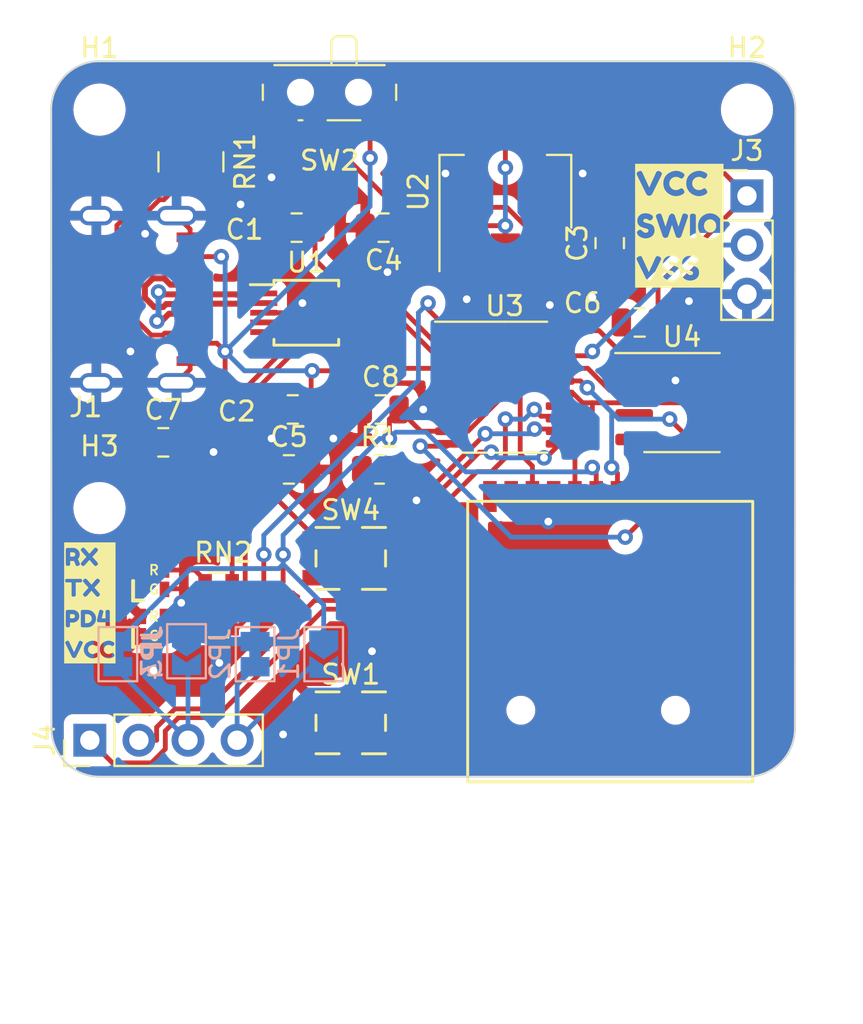
<source format=kicad_pcb>
(kicad_pcb (version 20221018) (generator pcbnew)
  (layers (0 "F.Cu" signal) (31 "B.Cu" signal) (34 "B.Paste" user) (35 "F.Paste" user) (36 "B.SilkS" user "B.Silkscreen") (37 "F.SilkS" user "F.Silkscreen") (38 "B.Mask" user) (39 "F.Mask" user) (44 "Edge.Cuts" user))
  (net 0 "")
  (net 1 "Net-(U1-V3)")
  (net 2 "VSS")
  (net 3 "VUSB")
  (net 4 "Net-(SW2-B)")
  (net 5 "VCC")
  (net 6 "Net-(U3-PD7_NRST_T2CH4)")
  (net 7 "GND")
  (net 8 "Net-(J1-CC1)")
  (net 9 "D+")
  (net 10 "D-")
  (net 12 "Net-(J1-CC2)")
  (net 14 "SD_CS")
  (net 15 "MOSI")
  (net 16 "SCK")
  (net 17 "MISO")
  (net 18 "SWIO")
  (net 19 "SDA")
  (net 20 "SCL")
  (net 21 "Net-(J4-Pin_3)")
  (net 22 "Net-(J4-Pin_4)")
  (net 23 "Net-(SW4-A)")
  (net 28 "PD4")
  (net 29 "TX")
  (net 30 "RX")
  (net 31 "PC3")
  (net 33 "Reset")
  (net 41 "PSRAM_CS")
  (net 44 "Net-(D1-A1)")
  (net 45 "Net-(D1-A2)")
  (net 46 "Net-(D5-A1)")
  (net 47 "Net-(D5-A2)")
  (footprint "UL_Buttons:TS3315A" (layer "F.Cu") (at 193.5 104.7)
    (fp_text reference "SW1")
    (fp_text value "SW_MEC_5E")
  )
  (footprint "Package_TO_SOT_SMD:SOT-223-3_TabPin2" (layer "F.Cu") (at 201.5 77.25 90)
    (fp_text reference "U2")
    (fp_text value "LD1117S12TR_SOT223")
  )
  (footprint "UL_Buttons:TS3315A" (layer "F.Cu") (at 193.5 96.2)
    (fp_text reference "SW4")
    (fp_text value "SW_MEC_5E")
  )
  (footprint "Capacitor_SMD:C_0805_2012Metric" (layer "F.Cu") (at 183.8 90.2)
    (fp_text reference "C7")
    (fp_text value "100nF")
  )
  (footprint "Resistor_SMD:R_0805_2012Metric" (layer "F.Cu") (at 194.9875 91.6)
    (fp_text reference "R1")
    (fp_text value "10k")
  )
  (footprint "Capacitor_SMD:C_0805_2012Metric_Pad1.18x1.45mm_HandSolder" (layer "F.Cu") (at 190.3 91.6)
    (fp_text reference "C5")
    (fp_text value "C")
  )
  (footprint "Connector_PinHeader_2.54mm:PinHeader_1x04_P2.54mm_Vertical" (layer "F.Cu") (at 180 105.6 90)
    (fp_text reference "J4")
    (fp_text value "OledDisplay")
  )
  (footprint "UL_Card:TF Push_ShouHan" (layer "F.Cu") (at 200.1 94.8)
    (fp_text reference "J6" hide)
    (fp_text value "uSD Card")
  )
  (footprint "MountingHole:MountingHole_2.2mm_M2" (layer "F.Cu") (at 180.5 93.6)
    (fp_text reference "H3")
    (fp_text value "MountingHole")
  )
  (footprint "Capacitor_SMD:C_0805_2012Metric" (layer "F.Cu") (at 190.5 88.5 180)
    (fp_text reference "C2")
    (fp_text value "100nF")
  )
  (footprint "Package_SO:MSOP-10_3x3mm_P0.5mm" (layer "F.Cu") (at 191.2 83.5)
    (fp_text reference "U1")
    (fp_text value "CH340E")
  )
  (footprint "UL_LED:F.1615.00003_RedGreen" (layer "F.Cu") (at 183.9125 98.8 180)
    (fp_text reference "D5" hide)
    (fp_text value "LED_Dual_AAKK")
  )
  (footprint "Capacitor_SMD:C_0805_2012Metric" (layer "F.Cu") (at 208.45 84)
    (fp_text reference "C6")
    (fp_text value "10uF")
  )
  (footprint "Capacitor_SMD:C_0805_2012Metric" (layer "F.Cu") (at 190.7 79.1 180)
    (fp_text reference "C1")
    (fp_text value "100nF")
  )
  (footprint "kibuzzard-65D67E97" (layer "F.Cu") (at 180 98.5)
    (fp_text reference "kibuzzard-65D67E97" hide)
    (fp_text value "G***" hide)
  )
  (footprint "Connector_PinHeader_2.54mm:PinHeader_1x03_P2.54mm_Vertical" (layer "F.Cu") (at 214 77.46)
    (fp_text reference "J3")
    (fp_text value "Conn_01x03")
  )
  (footprint "Resistor_SMD:R_Array_Convex_4x0612" (layer "F.Cu") (at 186.6625 98.6 180)
    (fp_text reference "RN2")
    (fp_text value "330")
  )
  (footprint "Package_SO:SOIC-8_3.9x4.9mm_P1.27mm" (layer "F.Cu") (at 210.6375 88.145)
    (fp_text reference "U4")
    (fp_text value "8 megabytes SPI PSRAM")
  )
  (footprint "Capacitor_SMD:C_0805_2012Metric" (layer "F.Cu") (at 195.05 88.5)
    (fp_text reference "C8")
    (fp_text value "100nF")
  )
  (footprint "Resistor_SMD:R_Array_Convex_4x0612" (layer "F.Cu") (at 185.23 75.7 -90)
    (fp_text reference "RN1")
    (fp_text value "5.1k")
  )
  (footprint "Button_Switch_SMD:SW_SPDT_PCM12" (layer "F.Cu") (at 192.4 72.43 180)
    (fp_text reference "SW2")
    (fp_text value "Power")
  )
  (footprint "Package_SO:TSSOP-20_4.4x6.5mm_P0.65mm" (layer "F.Cu") (at 201.4625 87.35)
    (fp_text reference "U3")
    (fp_text value "CH32V003f4p6")
  )
  (footprint "Capacitor_SMD:C_0805_2012Metric" (layer "F.Cu") (at 206.9 79.9 90)
    (fp_text reference "C3")
    (fp_text value "10uF")
  )
  (footprint "MountingHole:MountingHole_2.2mm_M2" (layer "F.Cu") (at 180.5 73)
    (fp_text reference "H1")
    (fp_text value "MountingHole")
  )
  (footprint "kibuzzard-65D67FBC" (layer "F.Cu") (at 210.5 79)
    (fp_text reference "kibuzzard-65D67FBC" hide)
    (fp_text value "G***" hide)
  )
  (footprint "Capacitor_SMD:C_0805_2012Metric" (layer "F.Cu") (at 195.2 79.1 180)
    (fp_text reference "C4")
    (fp_text value "10uF")
  )
  (footprint "BadgePiratesFootprint:USB_C_Receptical-Jing" (layer "F.Cu") (at 184.4875 82.8 -90)
    (fp_text reference "J1")
    (fp_text value "USB_C_Receptacle_USB2.0")
  )
  (footprint "MountingHole:MountingHole_2.2mm_M2" (layer "F.Cu") (at 214 73)
    (fp_text reference "H2")
    (fp_text value "MountingHole")
  )
  (footprint "UL_LED:F.1615.00003_RedGreen" (layer "F.Cu") (at 183.6625 97.75 180)
    (fp_text reference "D1" hide)
    (fp_text value "LED_Dual_AAKK")
  )
  (footprint "Jumper:SolderJumper-2_P1.3mm_Open_TrianglePad1.0x1.5mm" (layer "B.Cu") (at 192.1 101.15 -90)
    (fp_text reference "JP1")
    (fp_text value "Jumper_2_Open")
  )
  (footprint "Jumper:SolderJumper-2_P1.3mm_Bridged_Pad1.0x1.5mm" (layer "B.Cu") (at 181.45 101.15 90)
    (fp_text reference "JP4")
    (fp_text value "Jumper_2_Bridged")
  )
  (footprint "Jumper:SolderJumper-2_P1.3mm_Open_TrianglePad1.0x1.5mm" (layer "B.Cu") (at 185 101 -90)
    (fp_text reference "JP3")
    (fp_text value "Jumper_2_Open")
  )
  (footprint "Jumper:SolderJumper-2_P1.3mm_Bridged_Pad1.0x1.5mm" (layer "B.Cu") (at 188.55 101.15 -90)
    (fp_text reference "JP2")
    (fp_text value "Jumper_2_Bridged")
  )
  (gr_arc (start 178 73) (mid 178.732233 71.232233) (end 180.5 70.5) (stroke (width 0.1)) (layer "Edge.Cuts"))
  (gr_line (start 180.5 70.5) (end 214 70.5) (stroke (width 0.1)) (layer "Edge.Cuts"))
  (gr_line (start 216.5 73) (end 216.482233 104.982233) (stroke (width 0.1)) (layer "Edge.Cuts"))
  (gr_arc (start 180.517767 107.482233) (mid 178.75 106.75) (end 178.017767 104.982233) (stroke (width 0.1)) (layer "Edge.Cuts"))
  (gr_line (start 178.017767 104.982233) (end 178 73) (stroke (width 0.1)) (layer "Edge.Cuts"))
  (gr_arc (start 214 70.5) (mid 215.767767 71.232233) (end 216.5 73) (stroke (width 0.1)) (layer "Edge.Cuts"))
  (gr_arc (start 216.482233 104.982233) (mid 215.75 106.75) (end 213.982233 107.482233) (stroke (width 0.1)) (layer "Edge.Cuts"))
  (gr_line (start 213.982233 107.482233) (end 180.517767 107.482233) (stroke (width 0.1)) (layer "Edge.Cuts"))
  (segment (start 191.65 79.1) (end 191.65 80.75) (width 0.25) (layer "F.Cu") (net 1))
  (segment (start 191.65 80.75) (end 193.4 82.5) (width 0.25) (layer "F.Cu") (net 1))
  (segment (start 185.1875 79.725) (end 185.1875 79.18) (width 0.25) (layer "F.Cu") (net 2))
  (segment (start 204 94.01639) (end 203.720848 94.295542) (width 0.25) (layer "F.Cu") (net 2))
  (segment (start 185.1875 79.18) (end 184.4875 78.48) (width 0.25) (layer "F.Cu") (net 2))
  (segment (start 189 83.5) (end 190.5 83.5) (width 0.25) (layer "F.Cu") (net 2))
  (segment (start 190.5 83.5) (end 191 83) (width 0.25) (layer "F.Cu") (net 2))
  (segment (start 196.9 93.2) (end 196.9 92.6) (width 0.25) (layer "F.Cu") (net 2))
  (segment (start 204 93) (end 204 94.01639) (width 0.25) (layer "F.Cu") (net 2))
  (segment (start 185.1875 85.875) (end 185.1875 86.42) (width 0.25) (layer "F.Cu") (net 2))
  (segment (start 185.1875 86.42) (end 184.4875 87.12) (width 0.25) (layer "F.Cu") (net 2))
  (segment (start 197.25 88.5) (end 197.425 88.325) (width 0.25) (layer "F.Cu") (net 2))
  (segment (start 196.9 92.6) (end 195.9 91.6) (width 0.25) (layer "F.Cu") (net 2))
  (segment (start 191.75 103.7) (end 195.25 103.7) (width 0.25) (layer "F.Cu") (net 2))
  (segment (start 197.425 88.325) (end 198.6 88.325) (width 0.25) (layer "F.Cu") (net 2))
  (via (at 211 82.9) (size 0.8) (drill 0.4) (layers "F.Cu" "B.Cu") (net 2))
  (via (at 189.4 90) (size 0.8) (drill 0.4) (layers "F.Cu" "B.Cu") (net 2))
  (via (at 187.8 77.9) (size 0.8) (drill 0.4) (layers "F.Cu" "B.Cu") (net 2))
  (via (at 195.4 81.4) (size 0.8) (drill 0.4) (layers "F.Cu" "B.Cu") (net 2))
  (via (at 198.4 76.3) (size 0.8) (drill 0.4) (layers "F.Cu" "B.Cu") (net 2))
  (via (at 189.4 76.5) (size 0.8) (drill 0.4) (layers "F.Cu" "B.Cu") (net 2))
  (via (at 197.25 88.5) (size 0.8) (drill 0.4) (layers "F.Cu" "B.Cu") (net 2))
  (via (at 183.3 102) (size 0.8) (drill 0.4) (layers "F.Cu" "B.Cu") (net 2))
  (via (at 205.5 76.3) (size 0.8) (drill 0.4) (layers "F.Cu" "B.Cu") (net 2))
  (via (at 190 105.3) (size 0.8) (drill 0.4) (layers "F.Cu" "B.Cu") (net 2))
  (via (at 203.8 83.1) (size 0.8) (drill 0.4) (layers "F.Cu" "B.Cu") (net 2))
  (via (at 186.4 90.7) (size 0.8) (drill 0.4) (layers "F.Cu" "B.Cu") (net 2))
  (via (at 184.728778 98.496841) (size 0.8) (drill 0.4) (layers "F.Cu" "B.Cu") (net 2))
  (via (at 191 83) (size 0.8) (drill 0.4) (layers "F.Cu" "B.Cu") (net 2))
  (via (at 186.7 101.6) (size 0.8) (drill 0.4) (layers "F.Cu" "B.Cu") (net 2))
  (via (at 199.5 82.8) (size 0.8) (drill 0.4) (layers "F.Cu" "B.Cu") (net 2))
  (via (at 182.86038 79.4175) (size 0.8) (drill 0.4) (layers "F.Cu" "B.Cu") (net 2))
  (via (at 210.3 87) (size 0.8) (drill 0.4) (layers "F.Cu" "B.Cu") (net 2))
  (via (at 192.6 90) (size 0.8) (drill 0.4) (layers "F.Cu" "B.Cu") (net 2))
  (via (at 203.720848 94.295542) (size 0.8) (drill 0.4) (layers "F.Cu" "B.Cu") (net 2))
  (via (at 182.1 85.5) (size 0.8) (drill 0.4) (layers "F.Cu" "B.Cu") (net 2))
  (via (at 196.9 93.2) (size 0.8) (drill 0.4) (layers "F.Cu" "B.Cu") (net 2))
  (via (at 194.6 101) (size 0.8) (drill 0.4) (layers "F.Cu" "B.Cu") (net 2))
  (via (at 206 82.7) (size 0.8) (drill 0.4) (layers "F.Cu" "B.Cu") (net 2))
  (segment (start 194.5 75.5) (end 194.5 74.01) (width 0.25) (layer "F.Cu") (net 3))
  (segment (start 186.575 85.075) (end 185.1875 85.075) (width 0.25) (layer "F.Cu") (net 3))
  (segment (start 184.75 90.2) (end 187 87.95) (width 0.25) (layer "F.Cu") (net 3))
  (segment (start 193.65 86.5) (end 191.5 86.5) (width 0.25) (layer "F.Cu") (net 3))
  (segment (start 194.425 84.21538) (end 194.425 85.725) (width 0.25) (layer "F.Cu") (net 3))
  (segment (start 191.45 88.5) (end 191.45 86.55) (width 0.25) (layer "F.Cu") (net 3))
  (segment (start 187 87.95) (end 187 85.5) (width 0.25) (layer "F.Cu") (net 3))
  (segment (start 185.5125 80.6) (end 185.1875 80.275) (width 0.25) (layer "F.Cu") (net 3))
  (segment (start 194.20962 84) (end 194.425 84.21538) (width 0.25) (layer "F.Cu") (net 3))
  (segment (start 187 85.5) (end 186.575 85.075) (width 0.25) (layer "F.Cu") (net 3))
  (segment (start 194.425 85.725) (end 193.65 86.5) (width 0.25) (layer "F.Cu") (net 3))
  (segment (start 194.5 74.01) (end 194.65 73.86) (width 0.25) (layer "F.Cu") (net 3))
  (segment (start 186.8 80.6) (end 185.5125 80.6) (width 0.25) (layer "F.Cu") (net 3))
  (segment (start 191.45 86.55) (end 191.5 86.5) (width 0.25) (layer "F.Cu") (net 3))
  (segment (start 193.4 84) (end 194.20962 84) (width 0.25) (layer "F.Cu") (net 3))
  (via (at 186.8 80.6) (size 0.8) (drill 0.4) (layers "F.Cu" "B.Cu") (net 3))
  (via (at 187 85.5) (size 0.8) (drill 0.4) (layers "F.Cu" "B.Cu") (net 3))
  (via (at 191.5 86.5) (size 0.8) (drill 0.4) (layers "F.Cu" "B.Cu") (net 3))
  (via (at 194.5 75.5) (size 0.8) (drill 0.4) (layers "F.Cu" "B.Cu") (net 3))
  (segment (start 188 86.5) (end 191.5 86.5) (width 0.25) (layer "B.Cu") (net 3))
  (segment (start 187 85.5) (end 194.5 78) (width 0.25) (layer "B.Cu") (net 3))
  (segment (start 187 80.8) (end 186.8 80.6) (width 0.25) (layer "B.Cu") (net 3))
  (segment (start 194.5 78) (end 194.5 75.5) (width 0.25) (layer "B.Cu") (net 3))
  (segment (start 187 85.5) (end 187 80.8) (width 0.25) (layer "B.Cu") (net 3))
  (segment (start 187 85.5) (end 188 86.5) (width 0.25) (layer "B.Cu") (net 3))
  (segment (start 204.25 80.85) (end 206.9 80.85) (width 0.25) (layer "F.Cu") (net 4))
  (segment (start 195.84 78.05) (end 201.575305 78.05) (width 0.25) (layer "F.Cu") (net 4))
  (segment (start 203.8 80.274695) (end 203.8 80.4) (width 0.25) (layer "F.Cu") (net 4))
  (segment (start 203.8 80.4) (end 204.25 80.85) (width 0.25) (layer "F.Cu") (net 4))
  (segment (start 191.65 73.86) (end 195.84 78.05) (width 0.25) (layer "F.Cu") (net 4))
  (segment (start 201.575305 78.05) (end 203.8 80.274695) (width 0.25) (layer "F.Cu") (net 4))
  (segment (start 196 88.5) (end 197.125 89.625) (width 0.25) (layer "F.Cu") (net 5))
  (segment (start 195.5 89) (end 196 88.5) (width 0.25) (layer "F.Cu") (net 5))
  (segment (start 211.64 86.24) (end 213.1125 86.24) (width 0.25) (layer "F.Cu") (net 5))
  (segment (start 201.5 76) (end 201.5 74.1) (width 0.25) (layer "F.Cu") (net 5))
  (segment (start 195.5 90) (end 195.5 89) (width 0.25) (layer "F.Cu") (net 5))
  (segment (start 201.5 79) (end 196.25 79) (width 0.25) (layer "F.Cu") (net 5))
  (segment (start 206.2 93) (end 206.2 91.7) (width 0.25) (layer "F.Cu") (net 5))
  (segment (start 206.2 91.7) (end 206 91.5) (width 0.25) (layer "F.Cu") (net 5))
  (segment (start 201.5 87.689657) (end 199.564657 89.625) (width 0.25) (layer "F.Cu") (net 5))
  (segment (start 187.55212 99.87) (end 187.3625 99.87) (width 0.25) (layer "F.Cu") (net 5))
  (segment (start 190 96) (end 190 97.42212) (width 0.25) (layer "F.Cu") (net 5))
  (segment (start 209.4 84) (end 211.64 86.24) (width 0.25) (layer "F.Cu") (net 5))
  (segment (start 214 77.46) (end 209.4 82.06) (width 0.25) (layer "F.Cu") (net 5))
  (segment (start 210.64 74.1) (end 214 77.46) (width 0.25) (layer "F.Cu") (net 5))
  (segment (start 190 97.42212) (end 187.55212 99.87) (width 0.25) (layer "F.Cu") (net 5))
  (segment (start 201.5 80.4) (end 201.5 79) (width 0.25) (layer "F.Cu") (net 5))
  (segment (start 201.5 74.1) (end 210.64 74.1) (width 0.25) (layer "F.Cu") (net 5))
  (segment (start 199.564657 89.625) (end 198.6 89.625) (width 0.25) (layer "F.Cu") (net 5))
  (segment (start 196.25 79) (end 196.15 79.1) (width 0.25) (layer "F.Cu") (net 5))
  (segment (start 197.125 89.625) (end 198.6 89.625) (width 0.25) (layer "F.Cu") (net 5))
  (segment (start 209.4 82.06) (end 209.4 84) (width 0.25) (layer "F.Cu") (net 5))
  (segment (start 201.5 80.4) (end 201.5 87.689657) (width 0.25) (layer "F.Cu") (net 5))
  (via (at 201.5 79) (size 0.8) (drill 0.4) (layers "F.Cu" "B.Cu") (net 5))
  (via (at 201.5 76) (size 0.8) (drill 0.4) (layers "F.Cu" "B.Cu") (net 5))
  (via (at 195.5 90) (size 0.8) (drill 0.4) (layers "F.Cu" "B.Cu") (net 5))
  (via (at 206 91.5) (size 0.8) (drill 0.4) (layers "F.Cu" "B.Cu") (net 5))
  (via (at 190 96) (size 0.8) (drill 0.4) (layers "F.Cu" "B.Cu") (net 5))
  (segment (start 197.400305 89.675) (end 195.825 89.675) (width 0.25) (layer "B.Cu") (net 5))
  (segment (start 199.450305 91.725) (end 197.400305 89.675) (width 0.25) (layer "B.Cu") (net 5))
  (segment (start 206 91.5) (end 205.775 91.725) (width 0.25) (layer "B.Cu") (net 5))
  (segment (start 205.775 91.725) (end 199.450305 91.725) (width 0.25) (layer "B.Cu") (net 5))
  (segment (start 185.225 96.725) (end 189.775 96.725) (width 0.25) (layer "B.Cu") (net 5))
  (segment (start 181.45 100.5) (end 185.225 96.725) (width 0.25) (layer "B.Cu") (net 5))
  (segment (start 195.5 90) (end 195 90) (width 0.25) (layer "B.Cu") (net 5))
  (segment (start 190 96.5) (end 190 96) (width 0.25) (layer "B.Cu") (net 5))
  (segment (start 195.825 89.675) (end 195.5 90) (width 0.25) (layer "B.Cu") (net 5))
  (segment (start 192.1 98.6) (end 190 96.5) (width 0.25) (layer "B.Cu") (net 5))
  (segment (start 195 90) (end 190 95) (width 0.25) (layer "B.Cu") (net 5))
  (segment (start 192.1 100.425) (end 192.1 98.6) (width 0.25) (layer "B.Cu") (net 5))
  (segment (start 189.775 96.725) (end 190 96.5) (width 0.25) (layer "B.Cu") (net 5))
  (segment (start 201.5 79) (end 201.5 76) (width 0.25) (layer "B.Cu") (net 5))
  (segment (start 190 95) (end 190 96) (width 0.25) (layer "B.Cu") (net 5))
  (segment (start 194.686826 86.375) (end 198.6 86.375) (width 0.25) (layer "F.Cu") (net 6))
  (segment (start 189.2625 91.6) (end 191.3125 89.55) (width 0.25) (layer "F.Cu") (net 6))
  (segment (start 193.275 87.786826) (end 194.686826 86.375) (width 0.25) (layer "F.Cu") (net 6))
  (segment (start 189.2625 92.7125) (end 191.75 95.2) (width 0.25) (layer "F.Cu") (net 6))
  (segment (start 195.25 95.2) (end 191.75 95.2) (width 0.25) (layer "F.Cu") (net 6))
  (segment (start 189.2625 91.6) (end 189.2625 92.7125) (width 0.25) (layer "F.Cu") (net 6))
  (segment (start 193.275 88.225) (end 193.275 87.786826) (width 0.25) (layer "F.Cu") (net 6))
  (segment (start 191.3125 89.55) (end 191.95 89.55) (width 0.25) (layer "F.Cu") (net 6))
  (segment (start 191.95 89.55) (end 193.275 88.225) (width 0.25) (layer "F.Cu") (net 6))
  (segment (start 184.83 76.65962) (end 183.83462 77.655) (width 0.25) (layer "F.Cu") (net 8))
  (segment (start 184.351149 81.55) (end 185.1875 81.55) (width 0.25) (layer "F.Cu") (net 8))
  (segment (start 184.83 76.4) (end 184.83 76.65962) (width 0.25) (layer "F.Cu") (net 8))
  (segment (start 183.5 81.243631) (end 184.044781 81.243631) (width 0.25) (layer "F.Cu") (net 8))
  (segment (start 183.83462 77.655) (end 183.597575 77.655) (width 0.25) (layer "F.Cu") (net 8))
  (segment (start 182.1 79.843631) (end 183.5 81.243631) (width 0.25) (layer "F.Cu") (net 8))
  (segment (start 184.044781 81.243631) (end 184.351149 81.55) (width 0.25) (layer "F.Cu") (net 8))
  (segment (start 183.597575 77.655) (end 182.1 79.152575) (width 0.25) (layer "F.Cu") (net 8))
  (segment (start 182.1 79.152575) (end 182.1 79.843631) (width 0.25) (layer "F.Cu") (net 8))
  (segment (start 184.097559 83.55) (end 183.717907 83.929652) (width 0.31) (layer "F.Cu") (net 9))
  (segment (start 185.1875 82.55) (end 183.675306 82.55) (width 0.31) (layer "F.Cu") (net 9))
  (segment (start 185.1875 83.55) (end 184.097559 83.55) (width 0.31) (layer "F.Cu") (net 9))
  (segment (start 187.553246 82.55) (end 187.563246 82.56) (width 0.31) (layer "F.Cu") (net 9))
  (segment (start 187.563246 82.56) (end 187.7255 82.56) (width 0.31) (layer "F.Cu") (net 9))
  (segment (start 187.7855 82.5) (end 189 82.5) (width 0.31) (layer "F.Cu") (net 9))
  (segment (start 183.675306 82.55) (end 183.553937 82.428631) (width 0.31) (layer "F.Cu") (net 9))
  (segment (start 185.1875 82.55) (end 187.553246 82.55) (width 0.31) (layer "F.Cu") (net 9))
  (segment (start 183.717907 83.929652) (end 183.474774 83.929652) (width 0.31) (layer "F.Cu") (net 9))
  (segment (start 187.7255 82.56) (end 187.7855 82.5) (width 0.31) (layer "F.Cu") (net 9))
  (via (at 183.553937 82.428631) (size 0.8) (drill 0.4) (layers "F.Cu" "B.Cu") (net 9))
  (via (at 183.474774 83.929652) (size 0.8) (drill 0.4) (layers "F.Cu" "B.Cu") (net 9))
  (segment (start 183.553937 83.850489) (end 183.553937 82.428631) (width 0.31) (layer "B.Cu") (net 9))
  (segment (start 183.474774 83.929652) (end 183.553937 83.850489) (width 0.31) (layer "B.Cu") (net 9))
  (segment (start 184.172327 82.05) (end 183.845958 81.723631) (width 0.31) (layer "F.Cu") (net 10))
  (segment (start 185.1875 82.05) (end 184.172327 82.05) (width 0.31) (layer "F.Cu") (net 10))
  (segment (start 182.848937 82.720652) (end 183.333285 83.205) (width 0.31) (layer "F.Cu") (net 10))
  (segment (start 187.7455 83) (end 187.7155 83.03) (width 0.27) (layer "F.Cu") (net 10))
  (segment (start 183.261916 81.723631) (end 182.848937 82.13661) (width 0.31) (layer "F.Cu") (net 10))
  (segment (start 183.845958 81.723631) (end 183.261916 81.723631) (width 0.31) (layer "F.Cu") (net 10))
  (segment (start 183.333285 83.205) (end 183.792021 83.205) (width 0.31) (layer "F.Cu") (net 10))
  (segment (start 186.237501 83.05) (end 186.257501 83.03) (width 0.31) (layer "F.Cu") (net 10))
  (segment (start 183.792021 83.205) (end 183.947021 83.05) (width 0.31) (layer "F.Cu") (net 10))
  (segment (start 185.1875 83.05) (end 186.237501 83.05) (width 0.31) (layer "F.Cu") (net 10))
  (segment (start 186.257501 83.03) (end 187.7155 83.03) (width 0.31) (layer "F.Cu") (net 10))
  (segment (start 189 83) (end 187.7455 83) (width 0.27) (layer "F.Cu") (net 10))
  (segment (start 182.848937 82.13661) (end 182.848937 82.720652) (width 0.31) (layer "F.Cu") (net 10))
  (segment (start 183.947021 83.05) (end 185.1875 83.05) (width 0.31) (layer "F.Cu") (net 10))
  (segment (start 183.879731 84.55) (end 183.775079 84.654652) (width 0.25) (layer "F.Cu") (net 12))
  (segment (start 183.96 76.422425) (end 181.4 78.982425) (width 0.25) (layer "F.Cu") (net 12))
  (segment (start 183.174469 84.654652) (end 181.4 82.880183) (width 0.25) (layer "F.Cu") (net 12))
  (segment (start 185.1875 84.55) (end 183.879731 84.55) (width 0.25) (layer "F.Cu") (net 12))
  (segment (start 183.775079 84.654652) (end 183.174469 84.654652) (width 0.25) (layer "F.Cu") (net 12))
  (segment (start 181.4 82.880183) (end 181.4 78.982425) (width 0.25) (layer "F.Cu") (net 12))
  (segment (start 183.96 76.4) (end 183.96 76.422425) (width 0.25) (layer "F.Cu") (net 12))
  (segment (start 197.1 90.4) (end 198.475 90.4) (width 0.25) (layer "F.Cu") (net 14))
  (segment (start 208.4 94.4) (end 207.7 95.1) (width 0.25) (layer "F.Cu") (net 14))
  (segment (start 208.4 93) (end 208.4 94.4) (width 0.25) (layer "F.Cu") (net 14))
  (segment (start 198.475 90.4) (end 198.6 90.275) (width 0.25) (layer "F.Cu") (net 14))
  (via (at 207.7 95.1) (size 0.8) (drill 0.4) (layers "F.Cu" "B.Cu") (net 14))
  (via (at 197.1 90.4) (size 0.8) (drill 0.4) (layers "F.Cu" "B.Cu") (net 14))
  (segment (start 201.8 95.1) (end 197.1 90.4) (width 0.25) (layer "B.Cu") (net 14))
  (segment (start 207.7 95.1) (end 201.8 95.1) (width 0.25) (layer "B.Cu") (net 14))
  (segment (start 205.388847 87.025) (end 204.325 87.025) (width 0.25) (layer "F.Cu") (net 15))
  (segment (start 205.735837 87.37199) (end 205.388847 87.025) (width 0.25) (layer "F.Cu") (net 15))
  (segment (start 211.05 90.05) (end 210 89) (width 0.25) (layer "F.Cu") (net 15))
  (segment (start 207.3 93) (end 207.3 91.8) (width 0.25) (layer "F.Cu") (net 15))
  (segment (start 213.1125 90.05) (end 211.05 90.05) (width 0.25) (layer "F.Cu") (net 15))
  (segment (start 207.3 91.8) (end 207 91.5) (width 0.25) (layer "F.Cu") (net 15))
  (via (at 210 89) (size 0.8) (drill 0.4) (layers "F.Cu" "B.Cu") (net 15))
  (via (at 207 91.5) (size 0.8) (drill 0.4) (layers "F.Cu" "B.Cu") (net 15))
  (via (at 205.735837 87.37199) (size 0.8) (drill 0.4) (layers "F.Cu" "B.Cu") (net 15))
  (segment (start 210 89) (end 207.363847 89) (width 0.25) (layer "B.Cu") (net 15))
  (segment (start 207 91.5) (end 207 88.636153) (width 0.25) (layer "B.Cu") (net 15))
  (segment (start 207 88.636153) (end 205.735837 87.37199) (width 0.25) (layer "B.Cu") (net 15))
  (segment (start 207.363847 89) (end 205.735837 87.37199) (width 0.25) (layer "B.Cu") (net 15))
  (segment (start 212.4875 88.155) (end 206 88.155) (width 0.25) (layer "F.Cu") (net 16))
  (segment (start 205.013542 87.675) (end 204.325 87.675) (width 0.25) (layer "F.Cu") (net 16))
  (segment (start 205.1 93) (end 205.1 90.838542) (width 0.25) (layer "F.Cu") (net 16))
  (segment (start 205.493542 88.155) (end 205.013542 87.675) (width 0.25) (layer "F.Cu") (net 16))
  (segment (start 206 89.938542) (end 206 88.155) (width 0.25) (layer "F.Cu") (net 16))
  (segment (start 205.1 90.838542) (end 206 89.938542) (width 0.25) (layer "F.Cu") (net 16))
  (segment (start 213.1125 88.78) (end 212.4875 88.155) (width 0.25) (layer "F.Cu") (net 16))
  (segment (start 206 88.155) (end 205.493542 88.155) (width 0.25) (layer "F.Cu") (net 16))
  (segment (start 208.1625 87.51) (end 206.899152 87.51) (width 0.25) (layer "F.Cu") (net 17))
  (segment (start 206.899152 87.51) (end 205.764152 86.375) (width 0.25) (layer "F.Cu") (net 17))
  (segment (start 205.764152 86.375) (end 204.325 86.375) (width 0.25) (layer "F.Cu") (net 17))
  (segment (start 202.267799 90.793104) (end 202.267799 87.743659) (width 0.25) (layer "F.Cu") (net 17))
  (segment (start 202.267799 87.743659) (end 203.636458 86.375) (width 0.25) (layer "F.Cu") (net 17))
  (segment (start 202.9 91.425305) (end 202.267799 90.793104) (width 0.25) (layer "F.Cu") (net 17))
  (segment (start 202.9 93) (end 202.9 91.425305) (width 0.25) (layer "F.Cu") (net 17))
  (segment (start 203.636458 86.375) (end 204.325 86.375) (width 0.25) (layer "F.Cu") (net 17))
  (segment (start 206 85.5) (end 205.775 85.725) (width 0.25) (layer "F.Cu") (net 18))
  (segment (start 205.775 85.725) (end 204.325 85.725) (width 0.25) (layer "F.Cu") (net 18))
  (via (at 206 85.5) (size 0.8) (drill 0.4) (layers "F.Cu" "B.Cu") (net 18))
  (segment (start 211.5 80) (end 206 85.5) (width 0.25) (layer "B.Cu") (net 18))
  (segment (start 214 80) (end 211.5 80) (width 0.25) (layer "B.Cu") (net 18))
  (segment (start 183.184656 106.770344) (end 183.905 106.05) (width 0.25) (layer "F.Cu") (net 19))
  (segment (start 192.131396 98.825) (end 196.175 98.825) (width 0.25) (layer "F.Cu") (net 19))
  (segment (start 186.52674 104.429656) (end 192.131396 98.825) (width 0.25) (layer "F.Cu") (net 19))
  (segment (start 198.125 92.738604) (end 200.157108 90.706496) (width 0.25) (layer "F.Cu") (net 19))
  (segment (start 203.6 91) (end 204.325 90.275) (width 0.25) (layer "F.Cu") (net 19))
  (segment (start 200.157108 90.706496) (end 200.768198 90.706496) (width 0.25) (layer "F.Cu") (net 19))
  (segment (start 184.59029 104.429656) (end 186.52674 104.429656) (width 0.25) (layer "F.Cu") (net 19))
  (segment (start 181.170344 106.770344) (end 183.184656 106.770344) (width 0.25) (layer "F.Cu") (net 19))
  (segment (start 180 105.6) (end 181.170344 106.770344) (width 0.25) (layer "F.Cu") (net 19))
  (segment (start 183.905 105.114946) (end 184.59029 104.429656) (width 0.25) (layer "F.Cu") (net 19))
  (segment (start 203.5 91) (end 203.6 91) (width 0.25) (layer "F.Cu") (net 19))
  (segment (start 198.125 96.875) (end 198.125 92.738604) (width 0.25) (layer "F.Cu") (net 19))
  (segment (start 183.905 106.05) (end 183.905 105.114946) (width 0.25) (layer "F.Cu") (net 19))
  (segment (start 196.175 98.825) (end 198.125 96.875) (width 0.25) (layer "F.Cu") (net 19))
  (via (at 200.768198 90.706496) (size 0.8) (drill 0.4) (layers "F.Cu" "B.Cu") (net 19))
  (via (at 203.5 91) (size 0.8) (drill 0.4) (layers "F.Cu" "B.Cu") (net 19))
  (segment (start 201.061702 91) (end 200.768198 90.706496) (width 0.25) (layer "B.Cu") (net 19))
  (segment (start 203.5 91) (end 201.061702 91) (width 0.25) (layer "B.Cu") (net 19))
  (segment (start 204.325 89.625) (end 204.212653 89.512653) (width 0.25) (layer "F.Cu") (net 20))
  (segment (start 197.675 96.38462) (end 197.675 92.552208) (width 0.25) (layer "F.Cu") (net 20))
  (segment (start 195.68462 98.375) (end 197.675 96.38462) (width 0.25) (layer "F.Cu") (net 20))
  (segment (start 191.625 98.375) (end 195.68462 98.375) (width 0.25) (layer "F.Cu") (net 20))
  (segment (start 183.455 105.6) (end 183.455 104.92855) (width 0.25) (layer "F.Cu") (net 20))
  (segment (start 182.54 105.6) (end 183.455 105.6) (width 0.25) (layer "F.Cu") (net 20))
  (segment (start 184.403894 103.979656) (end 186.020344 103.979656) (width 0.25) (layer "F.Cu") (net 20))
  (segment (start 183.455 104.92855) (end 184.403894 103.979656) (width 0.25) (layer "F.Cu") (net 20))
  (segment (start 186.020344 103.979656) (end 191.625 98.375) (width 0.25) (layer "F.Cu") (net 20))
  (segment (start 204.212653 89.512653) (end 203.012653 89.512653) (width 0.25) (layer "F.Cu") (net 20))
  (segment (start 200.459691 89.767517) (end 200.459691 89.755271) (width 0.25) (layer "F.Cu") (net 20))
  (segment (start 197.675 92.552208) (end 200.459691 89.767517) (width 0.25) (layer "F.Cu") (net 20))
  (via (at 200.459691 89.755271) (size 0.8) (drill 0.4) (layers "F.Cu" "B.Cu") (net 20))
  (via (at 203.012653 89.512653) (size 0.8) (drill 0.4) (layers "F.Cu" "B.Cu") (net 20))
  (segment (start 203.012653 89.512653) (end 202.770035 89.755271) (width 0.25) (layer "B.Cu") (net 20))
  (segment (start 202.770035 89.755271) (end 200.459691 89.755271) (width 0.25) (layer "B.Cu") (net 20))
  (segment (start 185.08 105.6) (end 185.08 101.805) (width 0.25) (layer "B.Cu") (net 21))
  (segment (start 181.45 101.97) (end 181.45 101.8) (width 0.25) (layer "B.Cu") (net 21))
  (segment (start 185.08 105.6) (end 181.45 101.97) (width 0.25) (layer "B.Cu") (net 21))
  (segment (start 185.08 101.805) (end 185 101.725) (width 0.25) (layer "B.Cu") (net 21))
  (segment (start 191.345 101.875) (end 192.1 101.875) (width 0.25) (layer "B.Cu") (net 22))
  (segment (start 187.62 102.73) (end 188.55 101.8) (width 0.25) (layer "B.Cu") (net 22))
  (segment (start 187.62 105.6) (end 187.62 102.73) (width 0.25) (layer "B.Cu") (net 22))
  (segment (start 187.62 105.6) (end 191.345 101.875) (width 0.25) (layer "B.Cu") (net 22))
  (segment (start 196.325 93.85) (end 196.325 96.125) (width 0.25) (layer "F.Cu") (net 23))
  (segment (start 195.225 97.225) (end 191.775 97.225) (width 0.25) (layer "F.Cu") (net 23))
  (segment (start 196.325 96.125) (end 195.25 97.2) (width 0.25) (layer "F.Cu") (net 23))
  (segment (start 191.775 97.225) (end 191.75 97.2) (width 0.25) (layer "F.Cu") (net 23))
  (segment (start 194.075 91.6) (end 196.325 93.85) (width 0.25) (layer "F.Cu") (net 23))
  (segment (start 195.25 97.2) (end 195.225 97.225) (width 0.25) (layer "F.Cu") (net 23))
  (segment (start 189 97.636396) (end 187.636396 99) (width 0.25) (layer "F.Cu") (net 28))
  (segment (start 197.5 83) (end 197.5 83.325) (width 0.25) (layer "F.Cu") (net 28))
  (segment (start 189 96) (end 189 97.636396) (width 0.25) (layer "F.Cu") (net 28))
  (segment (start 188.987347 96.012653) (end 189 96) (width 0.25) (layer "F.Cu") (net 28))
  (segment (start 197.5 83.325) (end 198.6 84.425) (width 0.25) (layer "F.Cu") (net 28))
  (segment (start 187.636396 99) (end 187.3625 99) (width 0.25) (layer "F.Cu") (net 28))
  (via (at 189 96) (size 0.8) (drill 0.4) (layers "F.Cu" "B.Cu") (net 28))
  (via (at 197.5 83) (size 0.8) (drill 0.4) (layers "F.Cu" "B.Cu") (net 28))
  (segment (start 197 83.5) (end 197 87) (width 0.25) (layer "B.Cu") (net 28))
  (segment (start 189 95) (end 189 96) (width 0.25) (layer "B.Cu") (net 28))
  (segment (start 197 87) (end 189 95) (width 0.25) (layer "B.Cu") (net 28))
  (segment (start 197.5 83) (end 197 83.5) (width 0.25) (layer "B.Cu") (net 28))
  (segment (start 197.911458 85.725) (end 198.6 85.725) (width 0.25) (layer "F.Cu") (net 29))
  (segment (start 188.45 90.786826) (end 188.0375 91.199326) (width 0.25) (layer "F.Cu") (net 29))
  (segment (start 195.686458 83.5) (end 197.911458 85.725) (width 0.25) (layer "F.Cu") (net 29))
  (segment (start 188.0375 97.9625) (end 187.8 98.2) (width 0.25) (layer "F.Cu") (net 29))
  (segment (start 187.8 98.2) (end 187.3625 98.2) (width 0.25) (layer "F.Cu") (net 29))
  (segment (start 188.45 87.64038) (end 188.45 90.786826) (width 0.25) (layer "F.Cu") (net 29))
  (segment (start 192.59038 83.5) (end 188.45 87.64038) (width 0.25) (layer "F.Cu") (net 29))
  (segment (start 188.0375 91.199326) (end 188.0375 97.9625) (width 0.25) (layer "F.Cu") (net 29))
  (segment (start 193.4 83.5) (end 192.59038 83.5) (width 0.25) (layer "F.Cu") (net 29))
  (segment (start 193.4 83.5) (end 195.686458 83.5) (width 0.25) (layer "F.Cu") (net 29))
  (segment (start 192.453984 83) (end 193.4 83) (width 0.25) (layer "F.Cu") (net 30))
  (segment (start 198.6 85.075) (end 197.897854 85.075) (width 0.25) (layer "F.Cu") (net 30))
  (segment (start 187.3625 91.1375) (end 188 90.5) (width 0.25) (layer "F.Cu") (net 30))
  (segment (start 197.897854 85.075) (end 195.822854 83) (width 0.25) (layer "F.Cu") (net 30))
  (segment (start 187.3625 97.33) (end 187.3625 91.1375) (width 0.25) (layer "F.Cu") (net 30))
  (segment (start 188 90.5) (end 188 87.453984) (width 0.25) (layer "F.Cu") (net 30))
  (segment (start 195.822854 83) (end 193.4 83) (width 0.25) (layer "F.Cu") (net 30))
  (segment (start 188 87.453984) (end 192.453984 83) (width 0.25) (layer "F.Cu") (net 30))
  (segment (start 203.342095 88.85) (end 204.2 88.85) (width 0.25) (layer "F.Cu") (net 31))
  (segment (start 200.028033 91.712347) (end 200.787652 91.712347) (width 0.25) (layer "F.Cu") (net 31))
  (segment (start 204.2 88.85) (end 204.325 88.975) (width 0.25) (layer "F.Cu") (net 31))
  (segment (start 201.5 90.999999) (end 201.5 89) (width 0.25) (layer "F.Cu") (net 31))
  (segment (start 205.013542 88.975) (end 204.325 88.975) (width 0.25) (layer "F.Cu") (net 31))
  (segment (start 198.575 102.375) (end 198.575 93.16538) (width 0.25) (layer "F.Cu") (net 31))
  (segment (start 200.787652 91.712347) (end 201.5 90.999999) (width 0.25) (layer "F.Cu") (net 31))
  (segment (start 198.575 93.16538) (end 199.62019 92.12019) (width 0.25) (layer "F.Cu") (net 31))
  (segment (start 199.62019 92.12019) (end 200.028033 91.712347) (width 0.25) (layer "F.Cu") (net 31))
  (segment (start 195.25 105.7) (end 198.575 102.375) (width 0.25) (layer "F.Cu") (net 31))
  (segment (start 195.25 105.7) (end 191.75 105.7) (width 0.25) (layer "F.Cu") (net 31))
  (segment (start 202.992799 88.500704) (end 203.342095 88.85) (width 0.25) (layer "F.Cu") (net 31))
  (via (at 201.5 89) (size 0.8) (drill 0.4) (layers "F.Cu" "B.Cu") (net 31))
  (via (at 202.992799 88.500704) (size 0.8) (drill 0.4) (layers "F.Cu" "B.Cu") (net 31))
  (segment (start 201.5 89) (end 202.493503 89) (width 0.25) (layer "B.Cu") (net 31))
  (segment (start 202.493503 89) (end 202.992799 88.500704) (width 0.25) (layer "B.Cu") (net 31))
  (segment (start 208.1625 86.24) (end 206.3475 84.425) (width 0.25) (layer "F.Cu") (net 41))
  (segment (start 206.3475 84.425) (end 204.325 84.425) (width 0.25) (layer "F.Cu") (net 41))
  (segment (start 185.4325 96.8) (end 183.8625 96.8) (width 0.25) (layer "F.Cu") (net 44))
  (segment (start 185.9625 97.33) (end 185.4325 96.8) (width 0.25) (layer "F.Cu") (net 44))
  (segment (start 183.890659 97.771841) (end 183.8625 97.8) (width 0.25) (layer "F.Cu") (net 45))
  (segment (start 185.9625 98.2) (end 185.457242 98.2) (width 0.25) (layer "F.Cu") (net 45))
  (segment (start 185.029083 97.771841) (end 183.890659 97.771841) (width 0.25) (layer "F.Cu") (net 45))
  (segment (start 185.457242 98.2) (end 185.029083 97.771841) (width 0.25) (layer "F.Cu") (net 45))
  (segment (start 185.740659 99.221841) (end 183.884341 99.221841) (width 0.25) (layer "F.Cu") (net 46))
  (segment (start 185.9625 99) (end 185.740659 99.221841) (width 0.25) (layer "F.Cu") (net 46))
  (segment (start 183.884341 99.221841) (end 183.8625 99.2) (width 0.25) (layer "F.Cu") (net 46))
  (segment (start 185.6325 100.2) (end 183.8625 100.2) (width 0.25) (layer "F.Cu") (net 47))
  (segment (start 185.9625 99.87) (end 185.6325 100.2) (width 0.25) (layer "F.Cu") (net 47))
  (zone (net 2) (net_name "VSS") (layers "F&B.Cu") (connect_pads (clearance 0.5)) (min_thickness 0.25) (fill yes (thermal_gap 0.5) (thermal_bridge_width 0.5))
    (polygon (pts (xy 176.25 69) (xy 217 69) (xy 217 108.75) (xy 176 108.75)))
  )
)
</source>
